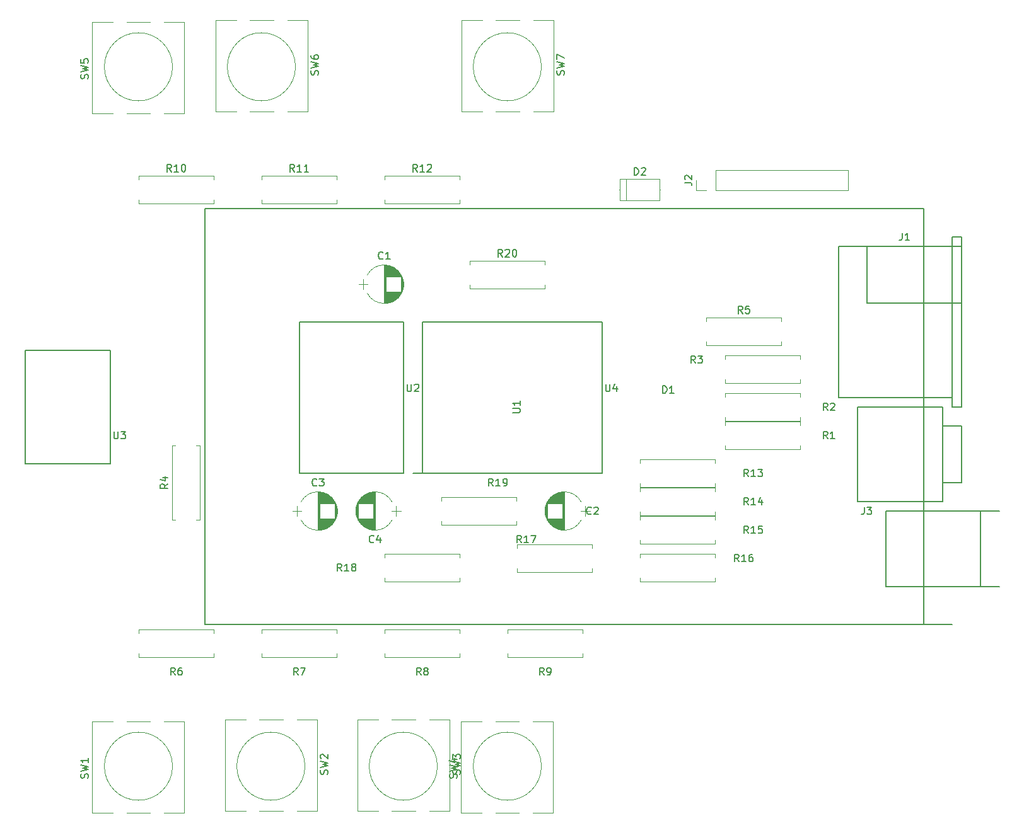
<source format=gto>
G04 #@! TF.FileFunction,Legend,Top*
%FSLAX46Y46*%
G04 Gerber Fmt 4.6, Leading zero omitted, Abs format (unit mm)*
G04 Created by KiCad (PCBNEW 4.0.7) date 08/07/18 08:57:25*
%MOMM*%
%LPD*%
G01*
G04 APERTURE LIST*
%ADD10C,0.100000*%
%ADD11C,0.120000*%
%ADD12C,0.150000*%
G04 APERTURE END LIST*
D10*
D11*
X214700000Y-84980000D02*
X214700000Y-84500000D01*
X214700000Y-84500000D02*
X224720000Y-84500000D01*
X224720000Y-84500000D02*
X224720000Y-84980000D01*
X214700000Y-87740000D02*
X214700000Y-88220000D01*
X214700000Y-88220000D02*
X224720000Y-88220000D01*
X224720000Y-88220000D02*
X224720000Y-87740000D01*
X214700000Y-81170000D02*
X214700000Y-80690000D01*
X214700000Y-80690000D02*
X224720000Y-80690000D01*
X224720000Y-80690000D02*
X224720000Y-81170000D01*
X214700000Y-83930000D02*
X214700000Y-84410000D01*
X214700000Y-84410000D02*
X224720000Y-84410000D01*
X224720000Y-84410000D02*
X224720000Y-83930000D01*
X214700000Y-76090000D02*
X214700000Y-75610000D01*
X214700000Y-75610000D02*
X224720000Y-75610000D01*
X224720000Y-75610000D02*
X224720000Y-76090000D01*
X214700000Y-78850000D02*
X214700000Y-79330000D01*
X214700000Y-79330000D02*
X224720000Y-79330000D01*
X224720000Y-79330000D02*
X224720000Y-78850000D01*
X171195722Y-64860277D02*
G75*
G03X166584420Y-64860000I-2305722J-1179723D01*
G01*
X171195722Y-67219723D02*
G75*
G02X166584420Y-67220000I-2305722J1179723D01*
G01*
X171195722Y-67219723D02*
G75*
G03X171195580Y-64860000I-2305722J1179723D01*
G01*
X168890000Y-63490000D02*
X168890000Y-68590000D01*
X168930000Y-63490000D02*
X168930000Y-68590000D01*
X168970000Y-63491000D02*
X168970000Y-68589000D01*
X169010000Y-63492000D02*
X169010000Y-68588000D01*
X169050000Y-63494000D02*
X169050000Y-68586000D01*
X169090000Y-63497000D02*
X169090000Y-68583000D01*
X169130000Y-63501000D02*
X169130000Y-68579000D01*
X169170000Y-63505000D02*
X169170000Y-65060000D01*
X169170000Y-67020000D02*
X169170000Y-68575000D01*
X169210000Y-63509000D02*
X169210000Y-65060000D01*
X169210000Y-67020000D02*
X169210000Y-68571000D01*
X169250000Y-63515000D02*
X169250000Y-65060000D01*
X169250000Y-67020000D02*
X169250000Y-68565000D01*
X169290000Y-63521000D02*
X169290000Y-65060000D01*
X169290000Y-67020000D02*
X169290000Y-68559000D01*
X169330000Y-63527000D02*
X169330000Y-65060000D01*
X169330000Y-67020000D02*
X169330000Y-68553000D01*
X169370000Y-63534000D02*
X169370000Y-65060000D01*
X169370000Y-67020000D02*
X169370000Y-68546000D01*
X169410000Y-63542000D02*
X169410000Y-65060000D01*
X169410000Y-67020000D02*
X169410000Y-68538000D01*
X169450000Y-63551000D02*
X169450000Y-65060000D01*
X169450000Y-67020000D02*
X169450000Y-68529000D01*
X169490000Y-63560000D02*
X169490000Y-65060000D01*
X169490000Y-67020000D02*
X169490000Y-68520000D01*
X169530000Y-63570000D02*
X169530000Y-65060000D01*
X169530000Y-67020000D02*
X169530000Y-68510000D01*
X169570000Y-63580000D02*
X169570000Y-65060000D01*
X169570000Y-67020000D02*
X169570000Y-68500000D01*
X169611000Y-63592000D02*
X169611000Y-65060000D01*
X169611000Y-67020000D02*
X169611000Y-68488000D01*
X169651000Y-63604000D02*
X169651000Y-65060000D01*
X169651000Y-67020000D02*
X169651000Y-68476000D01*
X169691000Y-63616000D02*
X169691000Y-65060000D01*
X169691000Y-67020000D02*
X169691000Y-68464000D01*
X169731000Y-63630000D02*
X169731000Y-65060000D01*
X169731000Y-67020000D02*
X169731000Y-68450000D01*
X169771000Y-63644000D02*
X169771000Y-65060000D01*
X169771000Y-67020000D02*
X169771000Y-68436000D01*
X169811000Y-63658000D02*
X169811000Y-65060000D01*
X169811000Y-67020000D02*
X169811000Y-68422000D01*
X169851000Y-63674000D02*
X169851000Y-65060000D01*
X169851000Y-67020000D02*
X169851000Y-68406000D01*
X169891000Y-63690000D02*
X169891000Y-65060000D01*
X169891000Y-67020000D02*
X169891000Y-68390000D01*
X169931000Y-63707000D02*
X169931000Y-65060000D01*
X169931000Y-67020000D02*
X169931000Y-68373000D01*
X169971000Y-63725000D02*
X169971000Y-65060000D01*
X169971000Y-67020000D02*
X169971000Y-68355000D01*
X170011000Y-63744000D02*
X170011000Y-65060000D01*
X170011000Y-67020000D02*
X170011000Y-68336000D01*
X170051000Y-63764000D02*
X170051000Y-65060000D01*
X170051000Y-67020000D02*
X170051000Y-68316000D01*
X170091000Y-63784000D02*
X170091000Y-65060000D01*
X170091000Y-67020000D02*
X170091000Y-68296000D01*
X170131000Y-63806000D02*
X170131000Y-65060000D01*
X170131000Y-67020000D02*
X170131000Y-68274000D01*
X170171000Y-63828000D02*
X170171000Y-65060000D01*
X170171000Y-67020000D02*
X170171000Y-68252000D01*
X170211000Y-63851000D02*
X170211000Y-65060000D01*
X170211000Y-67020000D02*
X170211000Y-68229000D01*
X170251000Y-63875000D02*
X170251000Y-65060000D01*
X170251000Y-67020000D02*
X170251000Y-68205000D01*
X170291000Y-63900000D02*
X170291000Y-65060000D01*
X170291000Y-67020000D02*
X170291000Y-68180000D01*
X170331000Y-63927000D02*
X170331000Y-65060000D01*
X170331000Y-67020000D02*
X170331000Y-68153000D01*
X170371000Y-63954000D02*
X170371000Y-65060000D01*
X170371000Y-67020000D02*
X170371000Y-68126000D01*
X170411000Y-63982000D02*
X170411000Y-65060000D01*
X170411000Y-67020000D02*
X170411000Y-68098000D01*
X170451000Y-64012000D02*
X170451000Y-65060000D01*
X170451000Y-67020000D02*
X170451000Y-68068000D01*
X170491000Y-64043000D02*
X170491000Y-65060000D01*
X170491000Y-67020000D02*
X170491000Y-68037000D01*
X170531000Y-64075000D02*
X170531000Y-65060000D01*
X170531000Y-67020000D02*
X170531000Y-68005000D01*
X170571000Y-64108000D02*
X170571000Y-65060000D01*
X170571000Y-67020000D02*
X170571000Y-67972000D01*
X170611000Y-64143000D02*
X170611000Y-65060000D01*
X170611000Y-67020000D02*
X170611000Y-67937000D01*
X170651000Y-64179000D02*
X170651000Y-65060000D01*
X170651000Y-67020000D02*
X170651000Y-67901000D01*
X170691000Y-64217000D02*
X170691000Y-65060000D01*
X170691000Y-67020000D02*
X170691000Y-67863000D01*
X170731000Y-64257000D02*
X170731000Y-65060000D01*
X170731000Y-67020000D02*
X170731000Y-67823000D01*
X170771000Y-64298000D02*
X170771000Y-65060000D01*
X170771000Y-67020000D02*
X170771000Y-67782000D01*
X170811000Y-64341000D02*
X170811000Y-65060000D01*
X170811000Y-67020000D02*
X170811000Y-67739000D01*
X170851000Y-64386000D02*
X170851000Y-65060000D01*
X170851000Y-67020000D02*
X170851000Y-67694000D01*
X170891000Y-64434000D02*
X170891000Y-65060000D01*
X170891000Y-67020000D02*
X170891000Y-67646000D01*
X170931000Y-64484000D02*
X170931000Y-65060000D01*
X170931000Y-67020000D02*
X170931000Y-67596000D01*
X170971000Y-64536000D02*
X170971000Y-65060000D01*
X170971000Y-67020000D02*
X170971000Y-67544000D01*
X171011000Y-64592000D02*
X171011000Y-65060000D01*
X171011000Y-67020000D02*
X171011000Y-67488000D01*
X171051000Y-64650000D02*
X171051000Y-65060000D01*
X171051000Y-67020000D02*
X171051000Y-67430000D01*
X171091000Y-64713000D02*
X171091000Y-65060000D01*
X171091000Y-67020000D02*
X171091000Y-67367000D01*
X171131000Y-64779000D02*
X171131000Y-67301000D01*
X171171000Y-64851000D02*
X171171000Y-67229000D01*
X171211000Y-64928000D02*
X171211000Y-67152000D01*
X171251000Y-65012000D02*
X171251000Y-67068000D01*
X171291000Y-65106000D02*
X171291000Y-66974000D01*
X171331000Y-65211000D02*
X171331000Y-66869000D01*
X171371000Y-65333000D02*
X171371000Y-66747000D01*
X171411000Y-65481000D02*
X171411000Y-66599000D01*
X171451000Y-65686000D02*
X171451000Y-66394000D01*
X165440000Y-66040000D02*
X166640000Y-66040000D01*
X166040000Y-65390000D02*
X166040000Y-66690000D01*
X190754278Y-97699723D02*
G75*
G03X195365580Y-97700000I2305722J1179723D01*
G01*
X190754278Y-95340277D02*
G75*
G02X195365580Y-95340000I2305722J-1179723D01*
G01*
X190754278Y-95340277D02*
G75*
G03X190754420Y-97700000I2305722J-1179723D01*
G01*
X193060000Y-99070000D02*
X193060000Y-93970000D01*
X193020000Y-99070000D02*
X193020000Y-93970000D01*
X192980000Y-99069000D02*
X192980000Y-93971000D01*
X192940000Y-99068000D02*
X192940000Y-93972000D01*
X192900000Y-99066000D02*
X192900000Y-93974000D01*
X192860000Y-99063000D02*
X192860000Y-93977000D01*
X192820000Y-99059000D02*
X192820000Y-93981000D01*
X192780000Y-99055000D02*
X192780000Y-97500000D01*
X192780000Y-95540000D02*
X192780000Y-93985000D01*
X192740000Y-99051000D02*
X192740000Y-97500000D01*
X192740000Y-95540000D02*
X192740000Y-93989000D01*
X192700000Y-99045000D02*
X192700000Y-97500000D01*
X192700000Y-95540000D02*
X192700000Y-93995000D01*
X192660000Y-99039000D02*
X192660000Y-97500000D01*
X192660000Y-95540000D02*
X192660000Y-94001000D01*
X192620000Y-99033000D02*
X192620000Y-97500000D01*
X192620000Y-95540000D02*
X192620000Y-94007000D01*
X192580000Y-99026000D02*
X192580000Y-97500000D01*
X192580000Y-95540000D02*
X192580000Y-94014000D01*
X192540000Y-99018000D02*
X192540000Y-97500000D01*
X192540000Y-95540000D02*
X192540000Y-94022000D01*
X192500000Y-99009000D02*
X192500000Y-97500000D01*
X192500000Y-95540000D02*
X192500000Y-94031000D01*
X192460000Y-99000000D02*
X192460000Y-97500000D01*
X192460000Y-95540000D02*
X192460000Y-94040000D01*
X192420000Y-98990000D02*
X192420000Y-97500000D01*
X192420000Y-95540000D02*
X192420000Y-94050000D01*
X192380000Y-98980000D02*
X192380000Y-97500000D01*
X192380000Y-95540000D02*
X192380000Y-94060000D01*
X192339000Y-98968000D02*
X192339000Y-97500000D01*
X192339000Y-95540000D02*
X192339000Y-94072000D01*
X192299000Y-98956000D02*
X192299000Y-97500000D01*
X192299000Y-95540000D02*
X192299000Y-94084000D01*
X192259000Y-98944000D02*
X192259000Y-97500000D01*
X192259000Y-95540000D02*
X192259000Y-94096000D01*
X192219000Y-98930000D02*
X192219000Y-97500000D01*
X192219000Y-95540000D02*
X192219000Y-94110000D01*
X192179000Y-98916000D02*
X192179000Y-97500000D01*
X192179000Y-95540000D02*
X192179000Y-94124000D01*
X192139000Y-98902000D02*
X192139000Y-97500000D01*
X192139000Y-95540000D02*
X192139000Y-94138000D01*
X192099000Y-98886000D02*
X192099000Y-97500000D01*
X192099000Y-95540000D02*
X192099000Y-94154000D01*
X192059000Y-98870000D02*
X192059000Y-97500000D01*
X192059000Y-95540000D02*
X192059000Y-94170000D01*
X192019000Y-98853000D02*
X192019000Y-97500000D01*
X192019000Y-95540000D02*
X192019000Y-94187000D01*
X191979000Y-98835000D02*
X191979000Y-97500000D01*
X191979000Y-95540000D02*
X191979000Y-94205000D01*
X191939000Y-98816000D02*
X191939000Y-97500000D01*
X191939000Y-95540000D02*
X191939000Y-94224000D01*
X191899000Y-98796000D02*
X191899000Y-97500000D01*
X191899000Y-95540000D02*
X191899000Y-94244000D01*
X191859000Y-98776000D02*
X191859000Y-97500000D01*
X191859000Y-95540000D02*
X191859000Y-94264000D01*
X191819000Y-98754000D02*
X191819000Y-97500000D01*
X191819000Y-95540000D02*
X191819000Y-94286000D01*
X191779000Y-98732000D02*
X191779000Y-97500000D01*
X191779000Y-95540000D02*
X191779000Y-94308000D01*
X191739000Y-98709000D02*
X191739000Y-97500000D01*
X191739000Y-95540000D02*
X191739000Y-94331000D01*
X191699000Y-98685000D02*
X191699000Y-97500000D01*
X191699000Y-95540000D02*
X191699000Y-94355000D01*
X191659000Y-98660000D02*
X191659000Y-97500000D01*
X191659000Y-95540000D02*
X191659000Y-94380000D01*
X191619000Y-98633000D02*
X191619000Y-97500000D01*
X191619000Y-95540000D02*
X191619000Y-94407000D01*
X191579000Y-98606000D02*
X191579000Y-97500000D01*
X191579000Y-95540000D02*
X191579000Y-94434000D01*
X191539000Y-98578000D02*
X191539000Y-97500000D01*
X191539000Y-95540000D02*
X191539000Y-94462000D01*
X191499000Y-98548000D02*
X191499000Y-97500000D01*
X191499000Y-95540000D02*
X191499000Y-94492000D01*
X191459000Y-98517000D02*
X191459000Y-97500000D01*
X191459000Y-95540000D02*
X191459000Y-94523000D01*
X191419000Y-98485000D02*
X191419000Y-97500000D01*
X191419000Y-95540000D02*
X191419000Y-94555000D01*
X191379000Y-98452000D02*
X191379000Y-97500000D01*
X191379000Y-95540000D02*
X191379000Y-94588000D01*
X191339000Y-98417000D02*
X191339000Y-97500000D01*
X191339000Y-95540000D02*
X191339000Y-94623000D01*
X191299000Y-98381000D02*
X191299000Y-97500000D01*
X191299000Y-95540000D02*
X191299000Y-94659000D01*
X191259000Y-98343000D02*
X191259000Y-97500000D01*
X191259000Y-95540000D02*
X191259000Y-94697000D01*
X191219000Y-98303000D02*
X191219000Y-97500000D01*
X191219000Y-95540000D02*
X191219000Y-94737000D01*
X191179000Y-98262000D02*
X191179000Y-97500000D01*
X191179000Y-95540000D02*
X191179000Y-94778000D01*
X191139000Y-98219000D02*
X191139000Y-97500000D01*
X191139000Y-95540000D02*
X191139000Y-94821000D01*
X191099000Y-98174000D02*
X191099000Y-97500000D01*
X191099000Y-95540000D02*
X191099000Y-94866000D01*
X191059000Y-98126000D02*
X191059000Y-97500000D01*
X191059000Y-95540000D02*
X191059000Y-94914000D01*
X191019000Y-98076000D02*
X191019000Y-97500000D01*
X191019000Y-95540000D02*
X191019000Y-94964000D01*
X190979000Y-98024000D02*
X190979000Y-97500000D01*
X190979000Y-95540000D02*
X190979000Y-95016000D01*
X190939000Y-97968000D02*
X190939000Y-97500000D01*
X190939000Y-95540000D02*
X190939000Y-95072000D01*
X190899000Y-97910000D02*
X190899000Y-97500000D01*
X190899000Y-95540000D02*
X190899000Y-95130000D01*
X190859000Y-97847000D02*
X190859000Y-97500000D01*
X190859000Y-95540000D02*
X190859000Y-95193000D01*
X190819000Y-97781000D02*
X190819000Y-95259000D01*
X190779000Y-97709000D02*
X190779000Y-95331000D01*
X190739000Y-97632000D02*
X190739000Y-95408000D01*
X190699000Y-97548000D02*
X190699000Y-95492000D01*
X190659000Y-97454000D02*
X190659000Y-95586000D01*
X190619000Y-97349000D02*
X190619000Y-95691000D01*
X190579000Y-97227000D02*
X190579000Y-95813000D01*
X190539000Y-97079000D02*
X190539000Y-95961000D01*
X190499000Y-96874000D02*
X190499000Y-96166000D01*
X196510000Y-96520000D02*
X195310000Y-96520000D01*
X195910000Y-97170000D02*
X195910000Y-95870000D01*
X162305722Y-95340277D02*
G75*
G03X157694420Y-95340000I-2305722J-1179723D01*
G01*
X162305722Y-97699723D02*
G75*
G02X157694420Y-97700000I-2305722J1179723D01*
G01*
X162305722Y-97699723D02*
G75*
G03X162305580Y-95340000I-2305722J1179723D01*
G01*
X160000000Y-93970000D02*
X160000000Y-99070000D01*
X160040000Y-93970000D02*
X160040000Y-99070000D01*
X160080000Y-93971000D02*
X160080000Y-99069000D01*
X160120000Y-93972000D02*
X160120000Y-99068000D01*
X160160000Y-93974000D02*
X160160000Y-99066000D01*
X160200000Y-93977000D02*
X160200000Y-99063000D01*
X160240000Y-93981000D02*
X160240000Y-99059000D01*
X160280000Y-93985000D02*
X160280000Y-95540000D01*
X160280000Y-97500000D02*
X160280000Y-99055000D01*
X160320000Y-93989000D02*
X160320000Y-95540000D01*
X160320000Y-97500000D02*
X160320000Y-99051000D01*
X160360000Y-93995000D02*
X160360000Y-95540000D01*
X160360000Y-97500000D02*
X160360000Y-99045000D01*
X160400000Y-94001000D02*
X160400000Y-95540000D01*
X160400000Y-97500000D02*
X160400000Y-99039000D01*
X160440000Y-94007000D02*
X160440000Y-95540000D01*
X160440000Y-97500000D02*
X160440000Y-99033000D01*
X160480000Y-94014000D02*
X160480000Y-95540000D01*
X160480000Y-97500000D02*
X160480000Y-99026000D01*
X160520000Y-94022000D02*
X160520000Y-95540000D01*
X160520000Y-97500000D02*
X160520000Y-99018000D01*
X160560000Y-94031000D02*
X160560000Y-95540000D01*
X160560000Y-97500000D02*
X160560000Y-99009000D01*
X160600000Y-94040000D02*
X160600000Y-95540000D01*
X160600000Y-97500000D02*
X160600000Y-99000000D01*
X160640000Y-94050000D02*
X160640000Y-95540000D01*
X160640000Y-97500000D02*
X160640000Y-98990000D01*
X160680000Y-94060000D02*
X160680000Y-95540000D01*
X160680000Y-97500000D02*
X160680000Y-98980000D01*
X160721000Y-94072000D02*
X160721000Y-95540000D01*
X160721000Y-97500000D02*
X160721000Y-98968000D01*
X160761000Y-94084000D02*
X160761000Y-95540000D01*
X160761000Y-97500000D02*
X160761000Y-98956000D01*
X160801000Y-94096000D02*
X160801000Y-95540000D01*
X160801000Y-97500000D02*
X160801000Y-98944000D01*
X160841000Y-94110000D02*
X160841000Y-95540000D01*
X160841000Y-97500000D02*
X160841000Y-98930000D01*
X160881000Y-94124000D02*
X160881000Y-95540000D01*
X160881000Y-97500000D02*
X160881000Y-98916000D01*
X160921000Y-94138000D02*
X160921000Y-95540000D01*
X160921000Y-97500000D02*
X160921000Y-98902000D01*
X160961000Y-94154000D02*
X160961000Y-95540000D01*
X160961000Y-97500000D02*
X160961000Y-98886000D01*
X161001000Y-94170000D02*
X161001000Y-95540000D01*
X161001000Y-97500000D02*
X161001000Y-98870000D01*
X161041000Y-94187000D02*
X161041000Y-95540000D01*
X161041000Y-97500000D02*
X161041000Y-98853000D01*
X161081000Y-94205000D02*
X161081000Y-95540000D01*
X161081000Y-97500000D02*
X161081000Y-98835000D01*
X161121000Y-94224000D02*
X161121000Y-95540000D01*
X161121000Y-97500000D02*
X161121000Y-98816000D01*
X161161000Y-94244000D02*
X161161000Y-95540000D01*
X161161000Y-97500000D02*
X161161000Y-98796000D01*
X161201000Y-94264000D02*
X161201000Y-95540000D01*
X161201000Y-97500000D02*
X161201000Y-98776000D01*
X161241000Y-94286000D02*
X161241000Y-95540000D01*
X161241000Y-97500000D02*
X161241000Y-98754000D01*
X161281000Y-94308000D02*
X161281000Y-95540000D01*
X161281000Y-97500000D02*
X161281000Y-98732000D01*
X161321000Y-94331000D02*
X161321000Y-95540000D01*
X161321000Y-97500000D02*
X161321000Y-98709000D01*
X161361000Y-94355000D02*
X161361000Y-95540000D01*
X161361000Y-97500000D02*
X161361000Y-98685000D01*
X161401000Y-94380000D02*
X161401000Y-95540000D01*
X161401000Y-97500000D02*
X161401000Y-98660000D01*
X161441000Y-94407000D02*
X161441000Y-95540000D01*
X161441000Y-97500000D02*
X161441000Y-98633000D01*
X161481000Y-94434000D02*
X161481000Y-95540000D01*
X161481000Y-97500000D02*
X161481000Y-98606000D01*
X161521000Y-94462000D02*
X161521000Y-95540000D01*
X161521000Y-97500000D02*
X161521000Y-98578000D01*
X161561000Y-94492000D02*
X161561000Y-95540000D01*
X161561000Y-97500000D02*
X161561000Y-98548000D01*
X161601000Y-94523000D02*
X161601000Y-95540000D01*
X161601000Y-97500000D02*
X161601000Y-98517000D01*
X161641000Y-94555000D02*
X161641000Y-95540000D01*
X161641000Y-97500000D02*
X161641000Y-98485000D01*
X161681000Y-94588000D02*
X161681000Y-95540000D01*
X161681000Y-97500000D02*
X161681000Y-98452000D01*
X161721000Y-94623000D02*
X161721000Y-95540000D01*
X161721000Y-97500000D02*
X161721000Y-98417000D01*
X161761000Y-94659000D02*
X161761000Y-95540000D01*
X161761000Y-97500000D02*
X161761000Y-98381000D01*
X161801000Y-94697000D02*
X161801000Y-95540000D01*
X161801000Y-97500000D02*
X161801000Y-98343000D01*
X161841000Y-94737000D02*
X161841000Y-95540000D01*
X161841000Y-97500000D02*
X161841000Y-98303000D01*
X161881000Y-94778000D02*
X161881000Y-95540000D01*
X161881000Y-97500000D02*
X161881000Y-98262000D01*
X161921000Y-94821000D02*
X161921000Y-95540000D01*
X161921000Y-97500000D02*
X161921000Y-98219000D01*
X161961000Y-94866000D02*
X161961000Y-95540000D01*
X161961000Y-97500000D02*
X161961000Y-98174000D01*
X162001000Y-94914000D02*
X162001000Y-95540000D01*
X162001000Y-97500000D02*
X162001000Y-98126000D01*
X162041000Y-94964000D02*
X162041000Y-95540000D01*
X162041000Y-97500000D02*
X162041000Y-98076000D01*
X162081000Y-95016000D02*
X162081000Y-95540000D01*
X162081000Y-97500000D02*
X162081000Y-98024000D01*
X162121000Y-95072000D02*
X162121000Y-95540000D01*
X162121000Y-97500000D02*
X162121000Y-97968000D01*
X162161000Y-95130000D02*
X162161000Y-95540000D01*
X162161000Y-97500000D02*
X162161000Y-97910000D01*
X162201000Y-95193000D02*
X162201000Y-95540000D01*
X162201000Y-97500000D02*
X162201000Y-97847000D01*
X162241000Y-95259000D02*
X162241000Y-97781000D01*
X162281000Y-95331000D02*
X162281000Y-97709000D01*
X162321000Y-95408000D02*
X162321000Y-97632000D01*
X162361000Y-95492000D02*
X162361000Y-97548000D01*
X162401000Y-95586000D02*
X162401000Y-97454000D01*
X162441000Y-95691000D02*
X162441000Y-97349000D01*
X162481000Y-95813000D02*
X162481000Y-97227000D01*
X162521000Y-95961000D02*
X162521000Y-97079000D01*
X162561000Y-96166000D02*
X162561000Y-96874000D01*
X156550000Y-96520000D02*
X157750000Y-96520000D01*
X157150000Y-95870000D02*
X157150000Y-97170000D01*
X165354278Y-97699723D02*
G75*
G03X169965580Y-97700000I2305722J1179723D01*
G01*
X165354278Y-95340277D02*
G75*
G02X169965580Y-95340000I2305722J-1179723D01*
G01*
X165354278Y-95340277D02*
G75*
G03X165354420Y-97700000I2305722J-1179723D01*
G01*
X167660000Y-99070000D02*
X167660000Y-93970000D01*
X167620000Y-99070000D02*
X167620000Y-93970000D01*
X167580000Y-99069000D02*
X167580000Y-93971000D01*
X167540000Y-99068000D02*
X167540000Y-93972000D01*
X167500000Y-99066000D02*
X167500000Y-93974000D01*
X167460000Y-99063000D02*
X167460000Y-93977000D01*
X167420000Y-99059000D02*
X167420000Y-93981000D01*
X167380000Y-99055000D02*
X167380000Y-97500000D01*
X167380000Y-95540000D02*
X167380000Y-93985000D01*
X167340000Y-99051000D02*
X167340000Y-97500000D01*
X167340000Y-95540000D02*
X167340000Y-93989000D01*
X167300000Y-99045000D02*
X167300000Y-97500000D01*
X167300000Y-95540000D02*
X167300000Y-93995000D01*
X167260000Y-99039000D02*
X167260000Y-97500000D01*
X167260000Y-95540000D02*
X167260000Y-94001000D01*
X167220000Y-99033000D02*
X167220000Y-97500000D01*
X167220000Y-95540000D02*
X167220000Y-94007000D01*
X167180000Y-99026000D02*
X167180000Y-97500000D01*
X167180000Y-95540000D02*
X167180000Y-94014000D01*
X167140000Y-99018000D02*
X167140000Y-97500000D01*
X167140000Y-95540000D02*
X167140000Y-94022000D01*
X167100000Y-99009000D02*
X167100000Y-97500000D01*
X167100000Y-95540000D02*
X167100000Y-94031000D01*
X167060000Y-99000000D02*
X167060000Y-97500000D01*
X167060000Y-95540000D02*
X167060000Y-94040000D01*
X167020000Y-98990000D02*
X167020000Y-97500000D01*
X167020000Y-95540000D02*
X167020000Y-94050000D01*
X166980000Y-98980000D02*
X166980000Y-97500000D01*
X166980000Y-95540000D02*
X166980000Y-94060000D01*
X166939000Y-98968000D02*
X166939000Y-97500000D01*
X166939000Y-95540000D02*
X166939000Y-94072000D01*
X166899000Y-98956000D02*
X166899000Y-97500000D01*
X166899000Y-95540000D02*
X166899000Y-94084000D01*
X166859000Y-98944000D02*
X166859000Y-97500000D01*
X166859000Y-95540000D02*
X166859000Y-94096000D01*
X166819000Y-98930000D02*
X166819000Y-97500000D01*
X166819000Y-95540000D02*
X166819000Y-94110000D01*
X166779000Y-98916000D02*
X166779000Y-97500000D01*
X166779000Y-95540000D02*
X166779000Y-94124000D01*
X166739000Y-98902000D02*
X166739000Y-97500000D01*
X166739000Y-95540000D02*
X166739000Y-94138000D01*
X166699000Y-98886000D02*
X166699000Y-97500000D01*
X166699000Y-95540000D02*
X166699000Y-94154000D01*
X166659000Y-98870000D02*
X166659000Y-97500000D01*
X166659000Y-95540000D02*
X166659000Y-94170000D01*
X166619000Y-98853000D02*
X166619000Y-97500000D01*
X166619000Y-95540000D02*
X166619000Y-94187000D01*
X166579000Y-98835000D02*
X166579000Y-97500000D01*
X166579000Y-95540000D02*
X166579000Y-94205000D01*
X166539000Y-98816000D02*
X166539000Y-97500000D01*
X166539000Y-95540000D02*
X166539000Y-94224000D01*
X166499000Y-98796000D02*
X166499000Y-97500000D01*
X166499000Y-95540000D02*
X166499000Y-94244000D01*
X166459000Y-98776000D02*
X166459000Y-97500000D01*
X166459000Y-95540000D02*
X166459000Y-94264000D01*
X166419000Y-98754000D02*
X166419000Y-97500000D01*
X166419000Y-95540000D02*
X166419000Y-94286000D01*
X166379000Y-98732000D02*
X166379000Y-97500000D01*
X166379000Y-95540000D02*
X166379000Y-94308000D01*
X166339000Y-98709000D02*
X166339000Y-97500000D01*
X166339000Y-95540000D02*
X166339000Y-94331000D01*
X166299000Y-98685000D02*
X166299000Y-97500000D01*
X166299000Y-95540000D02*
X166299000Y-94355000D01*
X166259000Y-98660000D02*
X166259000Y-97500000D01*
X166259000Y-95540000D02*
X166259000Y-94380000D01*
X166219000Y-98633000D02*
X166219000Y-97500000D01*
X166219000Y-95540000D02*
X166219000Y-94407000D01*
X166179000Y-98606000D02*
X166179000Y-97500000D01*
X166179000Y-95540000D02*
X166179000Y-94434000D01*
X166139000Y-98578000D02*
X166139000Y-97500000D01*
X166139000Y-95540000D02*
X166139000Y-94462000D01*
X166099000Y-98548000D02*
X166099000Y-97500000D01*
X166099000Y-95540000D02*
X166099000Y-94492000D01*
X166059000Y-98517000D02*
X166059000Y-97500000D01*
X166059000Y-95540000D02*
X166059000Y-94523000D01*
X166019000Y-98485000D02*
X166019000Y-97500000D01*
X166019000Y-95540000D02*
X166019000Y-94555000D01*
X165979000Y-98452000D02*
X165979000Y-97500000D01*
X165979000Y-95540000D02*
X165979000Y-94588000D01*
X165939000Y-98417000D02*
X165939000Y-97500000D01*
X165939000Y-95540000D02*
X165939000Y-94623000D01*
X165899000Y-98381000D02*
X165899000Y-97500000D01*
X165899000Y-95540000D02*
X165899000Y-94659000D01*
X165859000Y-98343000D02*
X165859000Y-97500000D01*
X165859000Y-95540000D02*
X165859000Y-94697000D01*
X165819000Y-98303000D02*
X165819000Y-97500000D01*
X165819000Y-95540000D02*
X165819000Y-94737000D01*
X165779000Y-98262000D02*
X165779000Y-97500000D01*
X165779000Y-95540000D02*
X165779000Y-94778000D01*
X165739000Y-98219000D02*
X165739000Y-97500000D01*
X165739000Y-95540000D02*
X165739000Y-94821000D01*
X165699000Y-98174000D02*
X165699000Y-97500000D01*
X165699000Y-95540000D02*
X165699000Y-94866000D01*
X165659000Y-98126000D02*
X165659000Y-97500000D01*
X165659000Y-95540000D02*
X165659000Y-94914000D01*
X165619000Y-98076000D02*
X165619000Y-97500000D01*
X165619000Y-95540000D02*
X165619000Y-94964000D01*
X165579000Y-98024000D02*
X165579000Y-97500000D01*
X165579000Y-95540000D02*
X165579000Y-95016000D01*
X165539000Y-97968000D02*
X165539000Y-97500000D01*
X165539000Y-95540000D02*
X165539000Y-95072000D01*
X165499000Y-97910000D02*
X165499000Y-97500000D01*
X165499000Y-95540000D02*
X165499000Y-95130000D01*
X165459000Y-97847000D02*
X165459000Y-97500000D01*
X165459000Y-95540000D02*
X165459000Y-95193000D01*
X165419000Y-97781000D02*
X165419000Y-95259000D01*
X165379000Y-97709000D02*
X165379000Y-95331000D01*
X165339000Y-97632000D02*
X165339000Y-95408000D01*
X165299000Y-97548000D02*
X165299000Y-95492000D01*
X165259000Y-97454000D02*
X165259000Y-95586000D01*
X165219000Y-97349000D02*
X165219000Y-95691000D01*
X165179000Y-97227000D02*
X165179000Y-95813000D01*
X165139000Y-97079000D02*
X165139000Y-95961000D01*
X165099000Y-96874000D02*
X165099000Y-96166000D01*
X171110000Y-96520000D02*
X169910000Y-96520000D01*
X170510000Y-97170000D02*
X170510000Y-95870000D01*
X200540000Y-51930000D02*
X200540000Y-54750000D01*
X200540000Y-54750000D02*
X205860000Y-54750000D01*
X205860000Y-54750000D02*
X205860000Y-51930000D01*
X205860000Y-51930000D02*
X200540000Y-51930000D01*
X200470000Y-53340000D02*
X200540000Y-53340000D01*
X205930000Y-53340000D02*
X205860000Y-53340000D01*
X201380000Y-51930000D02*
X201380000Y-54750000D01*
D12*
X245110000Y-81280000D02*
X245110000Y-82550000D01*
X245110000Y-82550000D02*
X246380000Y-82550000D01*
X246380000Y-82550000D02*
X246380000Y-59690000D01*
X246380000Y-59690000D02*
X245110000Y-59690000D01*
X245110000Y-59690000D02*
X245110000Y-60960000D01*
X245110000Y-81280000D02*
X229870000Y-81280000D01*
X229870000Y-81280000D02*
X229870000Y-60960000D01*
X229870000Y-60960000D02*
X245110000Y-60960000D01*
X245110000Y-60960000D02*
X245110000Y-81280000D01*
D11*
X231200000Y-53400000D02*
X231200000Y-50740000D01*
X213360000Y-53400000D02*
X231200000Y-53400000D01*
X213360000Y-50740000D02*
X231200000Y-50740000D01*
X213360000Y-53400000D02*
X213360000Y-50740000D01*
X212090000Y-53400000D02*
X210760000Y-53400000D01*
X210760000Y-53400000D02*
X210760000Y-52070000D01*
D12*
X243840000Y-92710000D02*
X246380000Y-92710000D01*
X246380000Y-92710000D02*
X246380000Y-85090000D01*
X246380000Y-85090000D02*
X243840000Y-85090000D01*
X232410000Y-82550000D02*
X243840000Y-82550000D01*
X243840000Y-82550000D02*
X243840000Y-95250000D01*
X243840000Y-95250000D02*
X232410000Y-95250000D01*
X232410000Y-95250000D02*
X232410000Y-82550000D01*
D11*
X140860000Y-97720000D02*
X140380000Y-97720000D01*
X140380000Y-97720000D02*
X140380000Y-87700000D01*
X140380000Y-87700000D02*
X140860000Y-87700000D01*
X143620000Y-97720000D02*
X144100000Y-97720000D01*
X144100000Y-97720000D02*
X144100000Y-87700000D01*
X144100000Y-87700000D02*
X143620000Y-87700000D01*
X212160000Y-71010000D02*
X212160000Y-70530000D01*
X212160000Y-70530000D02*
X222180000Y-70530000D01*
X222180000Y-70530000D02*
X222180000Y-71010000D01*
X212160000Y-73770000D02*
X212160000Y-74250000D01*
X212160000Y-74250000D02*
X222180000Y-74250000D01*
X222180000Y-74250000D02*
X222180000Y-73770000D01*
X135960000Y-112920000D02*
X135960000Y-112440000D01*
X135960000Y-112440000D02*
X145980000Y-112440000D01*
X145980000Y-112440000D02*
X145980000Y-112920000D01*
X135960000Y-115680000D02*
X135960000Y-116160000D01*
X135960000Y-116160000D02*
X145980000Y-116160000D01*
X145980000Y-116160000D02*
X145980000Y-115680000D01*
X162490000Y-115680000D02*
X162490000Y-116160000D01*
X162490000Y-116160000D02*
X152470000Y-116160000D01*
X152470000Y-116160000D02*
X152470000Y-115680000D01*
X162490000Y-112920000D02*
X162490000Y-112440000D01*
X162490000Y-112440000D02*
X152470000Y-112440000D01*
X152470000Y-112440000D02*
X152470000Y-112920000D01*
X179000000Y-115680000D02*
X179000000Y-116160000D01*
X179000000Y-116160000D02*
X168980000Y-116160000D01*
X168980000Y-116160000D02*
X168980000Y-115680000D01*
X179000000Y-112920000D02*
X179000000Y-112440000D01*
X179000000Y-112440000D02*
X168980000Y-112440000D01*
X168980000Y-112440000D02*
X168980000Y-112920000D01*
X185490000Y-112920000D02*
X185490000Y-112440000D01*
X185490000Y-112440000D02*
X195510000Y-112440000D01*
X195510000Y-112440000D02*
X195510000Y-112920000D01*
X185490000Y-115680000D02*
X185490000Y-116160000D01*
X185490000Y-116160000D02*
X195510000Y-116160000D01*
X195510000Y-116160000D02*
X195510000Y-115680000D01*
X135960000Y-51960000D02*
X135960000Y-51480000D01*
X135960000Y-51480000D02*
X145980000Y-51480000D01*
X145980000Y-51480000D02*
X145980000Y-51960000D01*
X135960000Y-54720000D02*
X135960000Y-55200000D01*
X135960000Y-55200000D02*
X145980000Y-55200000D01*
X145980000Y-55200000D02*
X145980000Y-54720000D01*
X152470000Y-51960000D02*
X152470000Y-51480000D01*
X152470000Y-51480000D02*
X162490000Y-51480000D01*
X162490000Y-51480000D02*
X162490000Y-51960000D01*
X152470000Y-54720000D02*
X152470000Y-55200000D01*
X152470000Y-55200000D02*
X162490000Y-55200000D01*
X162490000Y-55200000D02*
X162490000Y-54720000D01*
X168980000Y-51960000D02*
X168980000Y-51480000D01*
X168980000Y-51480000D02*
X179000000Y-51480000D01*
X179000000Y-51480000D02*
X179000000Y-51960000D01*
X168980000Y-54720000D02*
X168980000Y-55200000D01*
X168980000Y-55200000D02*
X179000000Y-55200000D01*
X179000000Y-55200000D02*
X179000000Y-54720000D01*
X203270000Y-90060000D02*
X203270000Y-89580000D01*
X203270000Y-89580000D02*
X213290000Y-89580000D01*
X213290000Y-89580000D02*
X213290000Y-90060000D01*
X203270000Y-92820000D02*
X203270000Y-93300000D01*
X203270000Y-93300000D02*
X213290000Y-93300000D01*
X213290000Y-93300000D02*
X213290000Y-92820000D01*
X203270000Y-93870000D02*
X203270000Y-93390000D01*
X203270000Y-93390000D02*
X213290000Y-93390000D01*
X213290000Y-93390000D02*
X213290000Y-93870000D01*
X203270000Y-96630000D02*
X203270000Y-97110000D01*
X203270000Y-97110000D02*
X213290000Y-97110000D01*
X213290000Y-97110000D02*
X213290000Y-96630000D01*
X203270000Y-97680000D02*
X203270000Y-97200000D01*
X203270000Y-97200000D02*
X213290000Y-97200000D01*
X213290000Y-97200000D02*
X213290000Y-97680000D01*
X203270000Y-100440000D02*
X203270000Y-100920000D01*
X203270000Y-100920000D02*
X213290000Y-100920000D01*
X213290000Y-100920000D02*
X213290000Y-100440000D01*
X203270000Y-102760000D02*
X203270000Y-102280000D01*
X203270000Y-102280000D02*
X213290000Y-102280000D01*
X213290000Y-102280000D02*
X213290000Y-102760000D01*
X203270000Y-105520000D02*
X203270000Y-106000000D01*
X203270000Y-106000000D02*
X213290000Y-106000000D01*
X213290000Y-106000000D02*
X213290000Y-105520000D01*
X186760000Y-101490000D02*
X186760000Y-101010000D01*
X186760000Y-101010000D02*
X196780000Y-101010000D01*
X196780000Y-101010000D02*
X196780000Y-101490000D01*
X186760000Y-104250000D02*
X186760000Y-104730000D01*
X186760000Y-104730000D02*
X196780000Y-104730000D01*
X196780000Y-104730000D02*
X196780000Y-104250000D01*
X168980000Y-102760000D02*
X168980000Y-102280000D01*
X168980000Y-102280000D02*
X179000000Y-102280000D01*
X179000000Y-102280000D02*
X179000000Y-102760000D01*
X168980000Y-105520000D02*
X168980000Y-106000000D01*
X168980000Y-106000000D02*
X179000000Y-106000000D01*
X179000000Y-106000000D02*
X179000000Y-105520000D01*
X186620000Y-97900000D02*
X186620000Y-98380000D01*
X186620000Y-98380000D02*
X176600000Y-98380000D01*
X176600000Y-98380000D02*
X176600000Y-97900000D01*
X186620000Y-95140000D02*
X186620000Y-94660000D01*
X186620000Y-94660000D02*
X176600000Y-94660000D01*
X176600000Y-94660000D02*
X176600000Y-95140000D01*
X180410000Y-63390000D02*
X180410000Y-62910000D01*
X180410000Y-62910000D02*
X190430000Y-62910000D01*
X190430000Y-62910000D02*
X190430000Y-63390000D01*
X180410000Y-66150000D02*
X180410000Y-66630000D01*
X180410000Y-66630000D02*
X190430000Y-66630000D01*
X190430000Y-66630000D02*
X190430000Y-66150000D01*
X129700000Y-137060000D02*
X129700000Y-124760000D01*
X134280000Y-124760000D02*
X137420000Y-124760000D01*
X142000000Y-124760000D02*
X142000000Y-137060000D01*
X132420000Y-137060000D02*
X129700000Y-137060000D01*
X140469050Y-130810000D02*
G75*
G03X140469050Y-130810000I-4579050J0D01*
G01*
X142000000Y-137060000D02*
X139280000Y-137060000D01*
X137420000Y-137060000D02*
X134280000Y-137060000D01*
X139280000Y-124760000D02*
X142000000Y-124760000D01*
X129700000Y-124760000D02*
X132420000Y-124760000D01*
X159860000Y-124560000D02*
X159860000Y-136860000D01*
X155280000Y-136860000D02*
X152140000Y-136860000D01*
X147560000Y-136860000D02*
X147560000Y-124560000D01*
X157140000Y-124560000D02*
X159860000Y-124560000D01*
X158249050Y-130810000D02*
G75*
G03X158249050Y-130810000I-4579050J0D01*
G01*
X147560000Y-124560000D02*
X150280000Y-124560000D01*
X152140000Y-124560000D02*
X155280000Y-124560000D01*
X150280000Y-136860000D02*
X147560000Y-136860000D01*
X159860000Y-136860000D02*
X157140000Y-136860000D01*
X177640000Y-124560000D02*
X177640000Y-136860000D01*
X173060000Y-136860000D02*
X169920000Y-136860000D01*
X165340000Y-136860000D02*
X165340000Y-124560000D01*
X174920000Y-124560000D02*
X177640000Y-124560000D01*
X176029050Y-130810000D02*
G75*
G03X176029050Y-130810000I-4579050J0D01*
G01*
X165340000Y-124560000D02*
X168060000Y-124560000D01*
X169920000Y-124560000D02*
X173060000Y-124560000D01*
X168060000Y-136860000D02*
X165340000Y-136860000D01*
X177640000Y-136860000D02*
X174920000Y-136860000D01*
X179230000Y-137060000D02*
X179230000Y-124760000D01*
X183810000Y-124760000D02*
X186950000Y-124760000D01*
X191530000Y-124760000D02*
X191530000Y-137060000D01*
X181950000Y-137060000D02*
X179230000Y-137060000D01*
X189999050Y-130810000D02*
G75*
G03X189999050Y-130810000I-4579050J0D01*
G01*
X191530000Y-137060000D02*
X188810000Y-137060000D01*
X186950000Y-137060000D02*
X183810000Y-137060000D01*
X188810000Y-124760000D02*
X191530000Y-124760000D01*
X179230000Y-124760000D02*
X181950000Y-124760000D01*
X129700000Y-43080000D02*
X129700000Y-30780000D01*
X134280000Y-30780000D02*
X137420000Y-30780000D01*
X142000000Y-30780000D02*
X142000000Y-43080000D01*
X132420000Y-43080000D02*
X129700000Y-43080000D01*
X140469050Y-36830000D02*
G75*
G03X140469050Y-36830000I-4579050J0D01*
G01*
X142000000Y-43080000D02*
X139280000Y-43080000D01*
X137420000Y-43080000D02*
X134280000Y-43080000D01*
X139280000Y-30780000D02*
X142000000Y-30780000D01*
X129700000Y-30780000D02*
X132420000Y-30780000D01*
X158590000Y-30580000D02*
X158590000Y-42880000D01*
X154010000Y-42880000D02*
X150870000Y-42880000D01*
X146290000Y-42880000D02*
X146290000Y-30580000D01*
X155870000Y-30580000D02*
X158590000Y-30580000D01*
X156979050Y-36830000D02*
G75*
G03X156979050Y-36830000I-4579050J0D01*
G01*
X146290000Y-30580000D02*
X149010000Y-30580000D01*
X150870000Y-30580000D02*
X154010000Y-30580000D01*
X149010000Y-42880000D02*
X146290000Y-42880000D01*
X158590000Y-42880000D02*
X155870000Y-42880000D01*
X191610000Y-30580000D02*
X191610000Y-42880000D01*
X187030000Y-42880000D02*
X183890000Y-42880000D01*
X179310000Y-42880000D02*
X179310000Y-30580000D01*
X188890000Y-30580000D02*
X191610000Y-30580000D01*
X189999050Y-36830000D02*
G75*
G03X189999050Y-36830000I-4579050J0D01*
G01*
X179310000Y-30580000D02*
X182030000Y-30580000D01*
X183890000Y-30580000D02*
X187030000Y-30580000D01*
X182030000Y-42880000D02*
X179310000Y-42880000D01*
X191610000Y-42880000D02*
X188890000Y-42880000D01*
D12*
X157480000Y-71120000D02*
X171450000Y-71120000D01*
X171450000Y-71120000D02*
X171450000Y-91440000D01*
X171450000Y-91440000D02*
X157480000Y-91440000D01*
X157480000Y-91440000D02*
X157480000Y-71120000D01*
X120650000Y-74930000D02*
X120650000Y-90170000D01*
X120650000Y-90170000D02*
X132080000Y-90170000D01*
X132080000Y-90170000D02*
X132080000Y-74930000D01*
X132080000Y-74930000D02*
X120650000Y-74930000D01*
X193040000Y-91440000D02*
X172720000Y-91440000D01*
X174880000Y-91440000D02*
X173990000Y-91440000D01*
X198120000Y-91440000D02*
X172720000Y-91440000D01*
X172720000Y-91440000D02*
X173990000Y-91440000D01*
X173990000Y-91440000D02*
X173990000Y-71120000D01*
X173990000Y-71120000D02*
X198120000Y-71120000D01*
X198120000Y-71120000D02*
X198120000Y-91440000D01*
X247190000Y-106680000D02*
X247650000Y-106680000D01*
X248920000Y-96520000D02*
X248920000Y-106680000D01*
X236220000Y-106680000D02*
X236220000Y-96520000D01*
X236220000Y-96520000D02*
X251460000Y-96520000D01*
X251460000Y-106680000D02*
X236220000Y-106680000D01*
X233680000Y-67310000D02*
X233680000Y-62230000D01*
X233680000Y-62230000D02*
X233680000Y-60960000D01*
X233680000Y-60960000D02*
X246380000Y-60960000D01*
X246380000Y-60960000D02*
X246380000Y-68580000D01*
X246380000Y-68580000D02*
X233680000Y-68580000D01*
X233680000Y-68580000D02*
X233680000Y-67310000D01*
X144780000Y-55880000D02*
X241300000Y-55880000D01*
X241300000Y-55880000D02*
X241300000Y-111760000D01*
X144780000Y-57150000D02*
X144780000Y-55880000D01*
X144780000Y-55880000D02*
X146050000Y-55880000D01*
X144780000Y-55880000D02*
X144780000Y-111760000D01*
X144780000Y-111760000D02*
X245110000Y-111760000D01*
X206271905Y-80702381D02*
X206271905Y-79702381D01*
X206510000Y-79702381D01*
X206652858Y-79750000D01*
X206748096Y-79845238D01*
X206795715Y-79940476D01*
X206843334Y-80130952D01*
X206843334Y-80273810D01*
X206795715Y-80464286D01*
X206748096Y-80559524D01*
X206652858Y-80654762D01*
X206510000Y-80702381D01*
X206271905Y-80702381D01*
X207795715Y-80702381D02*
X207224286Y-80702381D01*
X207510000Y-80702381D02*
X207510000Y-79702381D01*
X207414762Y-79845238D01*
X207319524Y-79940476D01*
X207224286Y-79988095D01*
X228433334Y-86812381D02*
X228100000Y-86336190D01*
X227861905Y-86812381D02*
X227861905Y-85812381D01*
X228242858Y-85812381D01*
X228338096Y-85860000D01*
X228385715Y-85907619D01*
X228433334Y-86002857D01*
X228433334Y-86145714D01*
X228385715Y-86240952D01*
X228338096Y-86288571D01*
X228242858Y-86336190D01*
X227861905Y-86336190D01*
X229385715Y-86812381D02*
X228814286Y-86812381D01*
X229100000Y-86812381D02*
X229100000Y-85812381D01*
X229004762Y-85955238D01*
X228909524Y-86050476D01*
X228814286Y-86098095D01*
X228433334Y-83002381D02*
X228100000Y-82526190D01*
X227861905Y-83002381D02*
X227861905Y-82002381D01*
X228242858Y-82002381D01*
X228338096Y-82050000D01*
X228385715Y-82097619D01*
X228433334Y-82192857D01*
X228433334Y-82335714D01*
X228385715Y-82430952D01*
X228338096Y-82478571D01*
X228242858Y-82526190D01*
X227861905Y-82526190D01*
X228814286Y-82097619D02*
X228861905Y-82050000D01*
X228957143Y-82002381D01*
X229195239Y-82002381D01*
X229290477Y-82050000D01*
X229338096Y-82097619D01*
X229385715Y-82192857D01*
X229385715Y-82288095D01*
X229338096Y-82430952D01*
X228766667Y-83002381D01*
X229385715Y-83002381D01*
X210653334Y-76652381D02*
X210320000Y-76176190D01*
X210081905Y-76652381D02*
X210081905Y-75652381D01*
X210462858Y-75652381D01*
X210558096Y-75700000D01*
X210605715Y-75747619D01*
X210653334Y-75842857D01*
X210653334Y-75985714D01*
X210605715Y-76080952D01*
X210558096Y-76128571D01*
X210462858Y-76176190D01*
X210081905Y-76176190D01*
X210986667Y-75652381D02*
X211605715Y-75652381D01*
X211272381Y-76033333D01*
X211415239Y-76033333D01*
X211510477Y-76080952D01*
X211558096Y-76128571D01*
X211605715Y-76223810D01*
X211605715Y-76461905D01*
X211558096Y-76557143D01*
X211510477Y-76604762D01*
X211415239Y-76652381D01*
X211129524Y-76652381D01*
X211034286Y-76604762D01*
X210986667Y-76557143D01*
X168723334Y-62587143D02*
X168675715Y-62634762D01*
X168532858Y-62682381D01*
X168437620Y-62682381D01*
X168294762Y-62634762D01*
X168199524Y-62539524D01*
X168151905Y-62444286D01*
X168104286Y-62253810D01*
X168104286Y-62110952D01*
X168151905Y-61920476D01*
X168199524Y-61825238D01*
X168294762Y-61730000D01*
X168437620Y-61682381D01*
X168532858Y-61682381D01*
X168675715Y-61730000D01*
X168723334Y-61777619D01*
X169675715Y-62682381D02*
X169104286Y-62682381D01*
X169390000Y-62682381D02*
X169390000Y-61682381D01*
X169294762Y-61825238D01*
X169199524Y-61920476D01*
X169104286Y-61968095D01*
X196683334Y-96877143D02*
X196635715Y-96924762D01*
X196492858Y-96972381D01*
X196397620Y-96972381D01*
X196254762Y-96924762D01*
X196159524Y-96829524D01*
X196111905Y-96734286D01*
X196064286Y-96543810D01*
X196064286Y-96400952D01*
X196111905Y-96210476D01*
X196159524Y-96115238D01*
X196254762Y-96020000D01*
X196397620Y-95972381D01*
X196492858Y-95972381D01*
X196635715Y-96020000D01*
X196683334Y-96067619D01*
X197064286Y-96067619D02*
X197111905Y-96020000D01*
X197207143Y-95972381D01*
X197445239Y-95972381D01*
X197540477Y-96020000D01*
X197588096Y-96067619D01*
X197635715Y-96162857D01*
X197635715Y-96258095D01*
X197588096Y-96400952D01*
X197016667Y-96972381D01*
X197635715Y-96972381D01*
X159833334Y-93067143D02*
X159785715Y-93114762D01*
X159642858Y-93162381D01*
X159547620Y-93162381D01*
X159404762Y-93114762D01*
X159309524Y-93019524D01*
X159261905Y-92924286D01*
X159214286Y-92733810D01*
X159214286Y-92590952D01*
X159261905Y-92400476D01*
X159309524Y-92305238D01*
X159404762Y-92210000D01*
X159547620Y-92162381D01*
X159642858Y-92162381D01*
X159785715Y-92210000D01*
X159833334Y-92257619D01*
X160166667Y-92162381D02*
X160785715Y-92162381D01*
X160452381Y-92543333D01*
X160595239Y-92543333D01*
X160690477Y-92590952D01*
X160738096Y-92638571D01*
X160785715Y-92733810D01*
X160785715Y-92971905D01*
X160738096Y-93067143D01*
X160690477Y-93114762D01*
X160595239Y-93162381D01*
X160309524Y-93162381D01*
X160214286Y-93114762D01*
X160166667Y-93067143D01*
X167493334Y-100687143D02*
X167445715Y-100734762D01*
X167302858Y-100782381D01*
X167207620Y-100782381D01*
X167064762Y-100734762D01*
X166969524Y-100639524D01*
X166921905Y-100544286D01*
X166874286Y-100353810D01*
X166874286Y-100210952D01*
X166921905Y-100020476D01*
X166969524Y-99925238D01*
X167064762Y-99830000D01*
X167207620Y-99782381D01*
X167302858Y-99782381D01*
X167445715Y-99830000D01*
X167493334Y-99877619D01*
X168350477Y-100115714D02*
X168350477Y-100782381D01*
X168112381Y-99734762D02*
X167874286Y-100449048D01*
X168493334Y-100449048D01*
X202461905Y-51382381D02*
X202461905Y-50382381D01*
X202700000Y-50382381D01*
X202842858Y-50430000D01*
X202938096Y-50525238D01*
X202985715Y-50620476D01*
X203033334Y-50810952D01*
X203033334Y-50953810D01*
X202985715Y-51144286D01*
X202938096Y-51239524D01*
X202842858Y-51334762D01*
X202700000Y-51382381D01*
X202461905Y-51382381D01*
X203414286Y-50477619D02*
X203461905Y-50430000D01*
X203557143Y-50382381D01*
X203795239Y-50382381D01*
X203890477Y-50430000D01*
X203938096Y-50477619D01*
X203985715Y-50572857D01*
X203985715Y-50668095D01*
X203938096Y-50810952D01*
X203366667Y-51382381D01*
X203985715Y-51382381D01*
X238426667Y-59142381D02*
X238426667Y-59856667D01*
X238379047Y-59999524D01*
X238283809Y-60094762D01*
X238140952Y-60142381D01*
X238045714Y-60142381D01*
X239426667Y-60142381D02*
X238855238Y-60142381D01*
X239140952Y-60142381D02*
X239140952Y-59142381D01*
X239045714Y-59285238D01*
X238950476Y-59380476D01*
X238855238Y-59428095D01*
X209212381Y-52403333D02*
X209926667Y-52403333D01*
X210069524Y-52450953D01*
X210164762Y-52546191D01*
X210212381Y-52689048D01*
X210212381Y-52784286D01*
X209307619Y-51974762D02*
X209260000Y-51927143D01*
X209212381Y-51831905D01*
X209212381Y-51593809D01*
X209260000Y-51498571D01*
X209307619Y-51450952D01*
X209402857Y-51403333D01*
X209498095Y-51403333D01*
X209640952Y-51450952D01*
X210212381Y-52022381D01*
X210212381Y-51403333D01*
X233346667Y-95972381D02*
X233346667Y-96686667D01*
X233299047Y-96829524D01*
X233203809Y-96924762D01*
X233060952Y-96972381D01*
X232965714Y-96972381D01*
X233727619Y-95972381D02*
X234346667Y-95972381D01*
X234013333Y-96353333D01*
X234156191Y-96353333D01*
X234251429Y-96400952D01*
X234299048Y-96448571D01*
X234346667Y-96543810D01*
X234346667Y-96781905D01*
X234299048Y-96877143D01*
X234251429Y-96924762D01*
X234156191Y-96972381D01*
X233870476Y-96972381D01*
X233775238Y-96924762D01*
X233727619Y-96877143D01*
X139832381Y-92876666D02*
X139356190Y-93210000D01*
X139832381Y-93448095D02*
X138832381Y-93448095D01*
X138832381Y-93067142D01*
X138880000Y-92971904D01*
X138927619Y-92924285D01*
X139022857Y-92876666D01*
X139165714Y-92876666D01*
X139260952Y-92924285D01*
X139308571Y-92971904D01*
X139356190Y-93067142D01*
X139356190Y-93448095D01*
X139165714Y-92019523D02*
X139832381Y-92019523D01*
X138784762Y-92257619D02*
X139499048Y-92495714D01*
X139499048Y-91876666D01*
X217003334Y-69982381D02*
X216670000Y-69506190D01*
X216431905Y-69982381D02*
X216431905Y-68982381D01*
X216812858Y-68982381D01*
X216908096Y-69030000D01*
X216955715Y-69077619D01*
X217003334Y-69172857D01*
X217003334Y-69315714D01*
X216955715Y-69410952D01*
X216908096Y-69458571D01*
X216812858Y-69506190D01*
X216431905Y-69506190D01*
X217908096Y-68982381D02*
X217431905Y-68982381D01*
X217384286Y-69458571D01*
X217431905Y-69410952D01*
X217527143Y-69363333D01*
X217765239Y-69363333D01*
X217860477Y-69410952D01*
X217908096Y-69458571D01*
X217955715Y-69553810D01*
X217955715Y-69791905D01*
X217908096Y-69887143D01*
X217860477Y-69934762D01*
X217765239Y-69982381D01*
X217527143Y-69982381D01*
X217431905Y-69934762D01*
X217384286Y-69887143D01*
X140803334Y-118562381D02*
X140470000Y-118086190D01*
X140231905Y-118562381D02*
X140231905Y-117562381D01*
X140612858Y-117562381D01*
X140708096Y-117610000D01*
X140755715Y-117657619D01*
X140803334Y-117752857D01*
X140803334Y-117895714D01*
X140755715Y-117990952D01*
X140708096Y-118038571D01*
X140612858Y-118086190D01*
X140231905Y-118086190D01*
X141660477Y-117562381D02*
X141470000Y-117562381D01*
X141374762Y-117610000D01*
X141327143Y-117657619D01*
X141231905Y-117800476D01*
X141184286Y-117990952D01*
X141184286Y-118371905D01*
X141231905Y-118467143D01*
X141279524Y-118514762D01*
X141374762Y-118562381D01*
X141565239Y-118562381D01*
X141660477Y-118514762D01*
X141708096Y-118467143D01*
X141755715Y-118371905D01*
X141755715Y-118133810D01*
X141708096Y-118038571D01*
X141660477Y-117990952D01*
X141565239Y-117943333D01*
X141374762Y-117943333D01*
X141279524Y-117990952D01*
X141231905Y-118038571D01*
X141184286Y-118133810D01*
X157313334Y-118562381D02*
X156980000Y-118086190D01*
X156741905Y-118562381D02*
X156741905Y-117562381D01*
X157122858Y-117562381D01*
X157218096Y-117610000D01*
X157265715Y-117657619D01*
X157313334Y-117752857D01*
X157313334Y-117895714D01*
X157265715Y-117990952D01*
X157218096Y-118038571D01*
X157122858Y-118086190D01*
X156741905Y-118086190D01*
X157646667Y-117562381D02*
X158313334Y-117562381D01*
X157884762Y-118562381D01*
X173823334Y-118562381D02*
X173490000Y-118086190D01*
X173251905Y-118562381D02*
X173251905Y-117562381D01*
X173632858Y-117562381D01*
X173728096Y-117610000D01*
X173775715Y-117657619D01*
X173823334Y-117752857D01*
X173823334Y-117895714D01*
X173775715Y-117990952D01*
X173728096Y-118038571D01*
X173632858Y-118086190D01*
X173251905Y-118086190D01*
X174394762Y-117990952D02*
X174299524Y-117943333D01*
X174251905Y-117895714D01*
X174204286Y-117800476D01*
X174204286Y-117752857D01*
X174251905Y-117657619D01*
X174299524Y-117610000D01*
X174394762Y-117562381D01*
X174585239Y-117562381D01*
X174680477Y-117610000D01*
X174728096Y-117657619D01*
X174775715Y-117752857D01*
X174775715Y-117800476D01*
X174728096Y-117895714D01*
X174680477Y-117943333D01*
X174585239Y-117990952D01*
X174394762Y-117990952D01*
X174299524Y-118038571D01*
X174251905Y-118086190D01*
X174204286Y-118181429D01*
X174204286Y-118371905D01*
X174251905Y-118467143D01*
X174299524Y-118514762D01*
X174394762Y-118562381D01*
X174585239Y-118562381D01*
X174680477Y-118514762D01*
X174728096Y-118467143D01*
X174775715Y-118371905D01*
X174775715Y-118181429D01*
X174728096Y-118086190D01*
X174680477Y-118038571D01*
X174585239Y-117990952D01*
X190333334Y-118562381D02*
X190000000Y-118086190D01*
X189761905Y-118562381D02*
X189761905Y-117562381D01*
X190142858Y-117562381D01*
X190238096Y-117610000D01*
X190285715Y-117657619D01*
X190333334Y-117752857D01*
X190333334Y-117895714D01*
X190285715Y-117990952D01*
X190238096Y-118038571D01*
X190142858Y-118086190D01*
X189761905Y-118086190D01*
X190809524Y-118562381D02*
X191000000Y-118562381D01*
X191095239Y-118514762D01*
X191142858Y-118467143D01*
X191238096Y-118324286D01*
X191285715Y-118133810D01*
X191285715Y-117752857D01*
X191238096Y-117657619D01*
X191190477Y-117610000D01*
X191095239Y-117562381D01*
X190904762Y-117562381D01*
X190809524Y-117610000D01*
X190761905Y-117657619D01*
X190714286Y-117752857D01*
X190714286Y-117990952D01*
X190761905Y-118086190D01*
X190809524Y-118133810D01*
X190904762Y-118181429D01*
X191095239Y-118181429D01*
X191190477Y-118133810D01*
X191238096Y-118086190D01*
X191285715Y-117990952D01*
X140327143Y-50932381D02*
X139993809Y-50456190D01*
X139755714Y-50932381D02*
X139755714Y-49932381D01*
X140136667Y-49932381D01*
X140231905Y-49980000D01*
X140279524Y-50027619D01*
X140327143Y-50122857D01*
X140327143Y-50265714D01*
X140279524Y-50360952D01*
X140231905Y-50408571D01*
X140136667Y-50456190D01*
X139755714Y-50456190D01*
X141279524Y-50932381D02*
X140708095Y-50932381D01*
X140993809Y-50932381D02*
X140993809Y-49932381D01*
X140898571Y-50075238D01*
X140803333Y-50170476D01*
X140708095Y-50218095D01*
X141898571Y-49932381D02*
X141993810Y-49932381D01*
X142089048Y-49980000D01*
X142136667Y-50027619D01*
X142184286Y-50122857D01*
X142231905Y-50313333D01*
X142231905Y-50551429D01*
X142184286Y-50741905D01*
X142136667Y-50837143D01*
X142089048Y-50884762D01*
X141993810Y-50932381D01*
X141898571Y-50932381D01*
X141803333Y-50884762D01*
X141755714Y-50837143D01*
X141708095Y-50741905D01*
X141660476Y-50551429D01*
X141660476Y-50313333D01*
X141708095Y-50122857D01*
X141755714Y-50027619D01*
X141803333Y-49980000D01*
X141898571Y-49932381D01*
X156837143Y-50932381D02*
X156503809Y-50456190D01*
X156265714Y-50932381D02*
X156265714Y-49932381D01*
X156646667Y-49932381D01*
X156741905Y-49980000D01*
X156789524Y-50027619D01*
X156837143Y-50122857D01*
X156837143Y-50265714D01*
X156789524Y-50360952D01*
X156741905Y-50408571D01*
X156646667Y-50456190D01*
X156265714Y-50456190D01*
X157789524Y-50932381D02*
X157218095Y-50932381D01*
X157503809Y-50932381D02*
X157503809Y-49932381D01*
X157408571Y-50075238D01*
X157313333Y-50170476D01*
X157218095Y-50218095D01*
X158741905Y-50932381D02*
X158170476Y-50932381D01*
X158456190Y-50932381D02*
X158456190Y-49932381D01*
X158360952Y-50075238D01*
X158265714Y-50170476D01*
X158170476Y-50218095D01*
X173347143Y-50932381D02*
X173013809Y-50456190D01*
X172775714Y-50932381D02*
X172775714Y-49932381D01*
X173156667Y-49932381D01*
X173251905Y-49980000D01*
X173299524Y-50027619D01*
X173347143Y-50122857D01*
X173347143Y-50265714D01*
X173299524Y-50360952D01*
X173251905Y-50408571D01*
X173156667Y-50456190D01*
X172775714Y-50456190D01*
X174299524Y-50932381D02*
X173728095Y-50932381D01*
X174013809Y-50932381D02*
X174013809Y-49932381D01*
X173918571Y-50075238D01*
X173823333Y-50170476D01*
X173728095Y-50218095D01*
X174680476Y-50027619D02*
X174728095Y-49980000D01*
X174823333Y-49932381D01*
X175061429Y-49932381D01*
X175156667Y-49980000D01*
X175204286Y-50027619D01*
X175251905Y-50122857D01*
X175251905Y-50218095D01*
X175204286Y-50360952D01*
X174632857Y-50932381D01*
X175251905Y-50932381D01*
X217797143Y-91892381D02*
X217463809Y-91416190D01*
X217225714Y-91892381D02*
X217225714Y-90892381D01*
X217606667Y-90892381D01*
X217701905Y-90940000D01*
X217749524Y-90987619D01*
X217797143Y-91082857D01*
X217797143Y-91225714D01*
X217749524Y-91320952D01*
X217701905Y-91368571D01*
X217606667Y-91416190D01*
X217225714Y-91416190D01*
X218749524Y-91892381D02*
X218178095Y-91892381D01*
X218463809Y-91892381D02*
X218463809Y-90892381D01*
X218368571Y-91035238D01*
X218273333Y-91130476D01*
X218178095Y-91178095D01*
X219082857Y-90892381D02*
X219701905Y-90892381D01*
X219368571Y-91273333D01*
X219511429Y-91273333D01*
X219606667Y-91320952D01*
X219654286Y-91368571D01*
X219701905Y-91463810D01*
X219701905Y-91701905D01*
X219654286Y-91797143D01*
X219606667Y-91844762D01*
X219511429Y-91892381D01*
X219225714Y-91892381D01*
X219130476Y-91844762D01*
X219082857Y-91797143D01*
X217797143Y-95702381D02*
X217463809Y-95226190D01*
X217225714Y-95702381D02*
X217225714Y-94702381D01*
X217606667Y-94702381D01*
X217701905Y-94750000D01*
X217749524Y-94797619D01*
X217797143Y-94892857D01*
X217797143Y-95035714D01*
X217749524Y-95130952D01*
X217701905Y-95178571D01*
X217606667Y-95226190D01*
X217225714Y-95226190D01*
X218749524Y-95702381D02*
X218178095Y-95702381D01*
X218463809Y-95702381D02*
X218463809Y-94702381D01*
X218368571Y-94845238D01*
X218273333Y-94940476D01*
X218178095Y-94988095D01*
X219606667Y-95035714D02*
X219606667Y-95702381D01*
X219368571Y-94654762D02*
X219130476Y-95369048D01*
X219749524Y-95369048D01*
X217797143Y-99512381D02*
X217463809Y-99036190D01*
X217225714Y-99512381D02*
X217225714Y-98512381D01*
X217606667Y-98512381D01*
X217701905Y-98560000D01*
X217749524Y-98607619D01*
X217797143Y-98702857D01*
X217797143Y-98845714D01*
X217749524Y-98940952D01*
X217701905Y-98988571D01*
X217606667Y-99036190D01*
X217225714Y-99036190D01*
X218749524Y-99512381D02*
X218178095Y-99512381D01*
X218463809Y-99512381D02*
X218463809Y-98512381D01*
X218368571Y-98655238D01*
X218273333Y-98750476D01*
X218178095Y-98798095D01*
X219654286Y-98512381D02*
X219178095Y-98512381D01*
X219130476Y-98988571D01*
X219178095Y-98940952D01*
X219273333Y-98893333D01*
X219511429Y-98893333D01*
X219606667Y-98940952D01*
X219654286Y-98988571D01*
X219701905Y-99083810D01*
X219701905Y-99321905D01*
X219654286Y-99417143D01*
X219606667Y-99464762D01*
X219511429Y-99512381D01*
X219273333Y-99512381D01*
X219178095Y-99464762D01*
X219130476Y-99417143D01*
X216527143Y-103322381D02*
X216193809Y-102846190D01*
X215955714Y-103322381D02*
X215955714Y-102322381D01*
X216336667Y-102322381D01*
X216431905Y-102370000D01*
X216479524Y-102417619D01*
X216527143Y-102512857D01*
X216527143Y-102655714D01*
X216479524Y-102750952D01*
X216431905Y-102798571D01*
X216336667Y-102846190D01*
X215955714Y-102846190D01*
X217479524Y-103322381D02*
X216908095Y-103322381D01*
X217193809Y-103322381D02*
X217193809Y-102322381D01*
X217098571Y-102465238D01*
X217003333Y-102560476D01*
X216908095Y-102608095D01*
X218336667Y-102322381D02*
X218146190Y-102322381D01*
X218050952Y-102370000D01*
X218003333Y-102417619D01*
X217908095Y-102560476D01*
X217860476Y-102750952D01*
X217860476Y-103131905D01*
X217908095Y-103227143D01*
X217955714Y-103274762D01*
X218050952Y-103322381D01*
X218241429Y-103322381D01*
X218336667Y-103274762D01*
X218384286Y-103227143D01*
X218431905Y-103131905D01*
X218431905Y-102893810D01*
X218384286Y-102798571D01*
X218336667Y-102750952D01*
X218241429Y-102703333D01*
X218050952Y-102703333D01*
X217955714Y-102750952D01*
X217908095Y-102798571D01*
X217860476Y-102893810D01*
X187317143Y-100782381D02*
X186983809Y-100306190D01*
X186745714Y-100782381D02*
X186745714Y-99782381D01*
X187126667Y-99782381D01*
X187221905Y-99830000D01*
X187269524Y-99877619D01*
X187317143Y-99972857D01*
X187317143Y-100115714D01*
X187269524Y-100210952D01*
X187221905Y-100258571D01*
X187126667Y-100306190D01*
X186745714Y-100306190D01*
X188269524Y-100782381D02*
X187698095Y-100782381D01*
X187983809Y-100782381D02*
X187983809Y-99782381D01*
X187888571Y-99925238D01*
X187793333Y-100020476D01*
X187698095Y-100068095D01*
X188602857Y-99782381D02*
X189269524Y-99782381D01*
X188840952Y-100782381D01*
X163187143Y-104592381D02*
X162853809Y-104116190D01*
X162615714Y-104592381D02*
X162615714Y-103592381D01*
X162996667Y-103592381D01*
X163091905Y-103640000D01*
X163139524Y-103687619D01*
X163187143Y-103782857D01*
X163187143Y-103925714D01*
X163139524Y-104020952D01*
X163091905Y-104068571D01*
X162996667Y-104116190D01*
X162615714Y-104116190D01*
X164139524Y-104592381D02*
X163568095Y-104592381D01*
X163853809Y-104592381D02*
X163853809Y-103592381D01*
X163758571Y-103735238D01*
X163663333Y-103830476D01*
X163568095Y-103878095D01*
X164710952Y-104020952D02*
X164615714Y-103973333D01*
X164568095Y-103925714D01*
X164520476Y-103830476D01*
X164520476Y-103782857D01*
X164568095Y-103687619D01*
X164615714Y-103640000D01*
X164710952Y-103592381D01*
X164901429Y-103592381D01*
X164996667Y-103640000D01*
X165044286Y-103687619D01*
X165091905Y-103782857D01*
X165091905Y-103830476D01*
X165044286Y-103925714D01*
X164996667Y-103973333D01*
X164901429Y-104020952D01*
X164710952Y-104020952D01*
X164615714Y-104068571D01*
X164568095Y-104116190D01*
X164520476Y-104211429D01*
X164520476Y-104401905D01*
X164568095Y-104497143D01*
X164615714Y-104544762D01*
X164710952Y-104592381D01*
X164901429Y-104592381D01*
X164996667Y-104544762D01*
X165044286Y-104497143D01*
X165091905Y-104401905D01*
X165091905Y-104211429D01*
X165044286Y-104116190D01*
X164996667Y-104068571D01*
X164901429Y-104020952D01*
X183507143Y-93162381D02*
X183173809Y-92686190D01*
X182935714Y-93162381D02*
X182935714Y-92162381D01*
X183316667Y-92162381D01*
X183411905Y-92210000D01*
X183459524Y-92257619D01*
X183507143Y-92352857D01*
X183507143Y-92495714D01*
X183459524Y-92590952D01*
X183411905Y-92638571D01*
X183316667Y-92686190D01*
X182935714Y-92686190D01*
X184459524Y-93162381D02*
X183888095Y-93162381D01*
X184173809Y-93162381D02*
X184173809Y-92162381D01*
X184078571Y-92305238D01*
X183983333Y-92400476D01*
X183888095Y-92448095D01*
X184935714Y-93162381D02*
X185126190Y-93162381D01*
X185221429Y-93114762D01*
X185269048Y-93067143D01*
X185364286Y-92924286D01*
X185411905Y-92733810D01*
X185411905Y-92352857D01*
X185364286Y-92257619D01*
X185316667Y-92210000D01*
X185221429Y-92162381D01*
X185030952Y-92162381D01*
X184935714Y-92210000D01*
X184888095Y-92257619D01*
X184840476Y-92352857D01*
X184840476Y-92590952D01*
X184888095Y-92686190D01*
X184935714Y-92733810D01*
X185030952Y-92781429D01*
X185221429Y-92781429D01*
X185316667Y-92733810D01*
X185364286Y-92686190D01*
X185411905Y-92590952D01*
X184777143Y-62362381D02*
X184443809Y-61886190D01*
X184205714Y-62362381D02*
X184205714Y-61362381D01*
X184586667Y-61362381D01*
X184681905Y-61410000D01*
X184729524Y-61457619D01*
X184777143Y-61552857D01*
X184777143Y-61695714D01*
X184729524Y-61790952D01*
X184681905Y-61838571D01*
X184586667Y-61886190D01*
X184205714Y-61886190D01*
X185158095Y-61457619D02*
X185205714Y-61410000D01*
X185300952Y-61362381D01*
X185539048Y-61362381D01*
X185634286Y-61410000D01*
X185681905Y-61457619D01*
X185729524Y-61552857D01*
X185729524Y-61648095D01*
X185681905Y-61790952D01*
X185110476Y-62362381D01*
X185729524Y-62362381D01*
X186348571Y-61362381D02*
X186443810Y-61362381D01*
X186539048Y-61410000D01*
X186586667Y-61457619D01*
X186634286Y-61552857D01*
X186681905Y-61743333D01*
X186681905Y-61981429D01*
X186634286Y-62171905D01*
X186586667Y-62267143D01*
X186539048Y-62314762D01*
X186443810Y-62362381D01*
X186348571Y-62362381D01*
X186253333Y-62314762D01*
X186205714Y-62267143D01*
X186158095Y-62171905D01*
X186110476Y-61981429D01*
X186110476Y-61743333D01*
X186158095Y-61552857D01*
X186205714Y-61457619D01*
X186253333Y-61410000D01*
X186348571Y-61362381D01*
X129094762Y-132413333D02*
X129142381Y-132270476D01*
X129142381Y-132032380D01*
X129094762Y-131937142D01*
X129047143Y-131889523D01*
X128951905Y-131841904D01*
X128856667Y-131841904D01*
X128761429Y-131889523D01*
X128713810Y-131937142D01*
X128666190Y-132032380D01*
X128618571Y-132222857D01*
X128570952Y-132318095D01*
X128523333Y-132365714D01*
X128428095Y-132413333D01*
X128332857Y-132413333D01*
X128237619Y-132365714D01*
X128190000Y-132318095D01*
X128142381Y-132222857D01*
X128142381Y-131984761D01*
X128190000Y-131841904D01*
X128142381Y-131508571D02*
X129142381Y-131270476D01*
X128428095Y-131079999D01*
X129142381Y-130889523D01*
X128142381Y-130651428D01*
X129142381Y-129746666D02*
X129142381Y-130318095D01*
X129142381Y-130032381D02*
X128142381Y-130032381D01*
X128285238Y-130127619D01*
X128380476Y-130222857D01*
X128428095Y-130318095D01*
X161274762Y-131873333D02*
X161322381Y-131730476D01*
X161322381Y-131492380D01*
X161274762Y-131397142D01*
X161227143Y-131349523D01*
X161131905Y-131301904D01*
X161036667Y-131301904D01*
X160941429Y-131349523D01*
X160893810Y-131397142D01*
X160846190Y-131492380D01*
X160798571Y-131682857D01*
X160750952Y-131778095D01*
X160703333Y-131825714D01*
X160608095Y-131873333D01*
X160512857Y-131873333D01*
X160417619Y-131825714D01*
X160370000Y-131778095D01*
X160322381Y-131682857D01*
X160322381Y-131444761D01*
X160370000Y-131301904D01*
X160322381Y-130968571D02*
X161322381Y-130730476D01*
X160608095Y-130539999D01*
X161322381Y-130349523D01*
X160322381Y-130111428D01*
X160417619Y-129778095D02*
X160370000Y-129730476D01*
X160322381Y-129635238D01*
X160322381Y-129397142D01*
X160370000Y-129301904D01*
X160417619Y-129254285D01*
X160512857Y-129206666D01*
X160608095Y-129206666D01*
X160750952Y-129254285D01*
X161322381Y-129825714D01*
X161322381Y-129206666D01*
X179054762Y-131873333D02*
X179102381Y-131730476D01*
X179102381Y-131492380D01*
X179054762Y-131397142D01*
X179007143Y-131349523D01*
X178911905Y-131301904D01*
X178816667Y-131301904D01*
X178721429Y-131349523D01*
X178673810Y-131397142D01*
X178626190Y-131492380D01*
X178578571Y-131682857D01*
X178530952Y-131778095D01*
X178483333Y-131825714D01*
X178388095Y-131873333D01*
X178292857Y-131873333D01*
X178197619Y-131825714D01*
X178150000Y-131778095D01*
X178102381Y-131682857D01*
X178102381Y-131444761D01*
X178150000Y-131301904D01*
X178102381Y-130968571D02*
X179102381Y-130730476D01*
X178388095Y-130539999D01*
X179102381Y-130349523D01*
X178102381Y-130111428D01*
X178102381Y-129825714D02*
X178102381Y-129206666D01*
X178483333Y-129540000D01*
X178483333Y-129397142D01*
X178530952Y-129301904D01*
X178578571Y-129254285D01*
X178673810Y-129206666D01*
X178911905Y-129206666D01*
X179007143Y-129254285D01*
X179054762Y-129301904D01*
X179102381Y-129397142D01*
X179102381Y-129682857D01*
X179054762Y-129778095D01*
X179007143Y-129825714D01*
X178624762Y-132413333D02*
X178672381Y-132270476D01*
X178672381Y-132032380D01*
X178624762Y-131937142D01*
X178577143Y-131889523D01*
X178481905Y-131841904D01*
X178386667Y-131841904D01*
X178291429Y-131889523D01*
X178243810Y-131937142D01*
X178196190Y-132032380D01*
X178148571Y-132222857D01*
X178100952Y-132318095D01*
X178053333Y-132365714D01*
X177958095Y-132413333D01*
X177862857Y-132413333D01*
X177767619Y-132365714D01*
X177720000Y-132318095D01*
X177672381Y-132222857D01*
X177672381Y-131984761D01*
X177720000Y-131841904D01*
X177672381Y-131508571D02*
X178672381Y-131270476D01*
X177958095Y-131079999D01*
X178672381Y-130889523D01*
X177672381Y-130651428D01*
X178005714Y-129841904D02*
X178672381Y-129841904D01*
X177624762Y-130080000D02*
X178339048Y-130318095D01*
X178339048Y-129699047D01*
X129094762Y-38433333D02*
X129142381Y-38290476D01*
X129142381Y-38052380D01*
X129094762Y-37957142D01*
X129047143Y-37909523D01*
X128951905Y-37861904D01*
X128856667Y-37861904D01*
X128761429Y-37909523D01*
X128713810Y-37957142D01*
X128666190Y-38052380D01*
X128618571Y-38242857D01*
X128570952Y-38338095D01*
X128523333Y-38385714D01*
X128428095Y-38433333D01*
X128332857Y-38433333D01*
X128237619Y-38385714D01*
X128190000Y-38338095D01*
X128142381Y-38242857D01*
X128142381Y-38004761D01*
X128190000Y-37861904D01*
X128142381Y-37528571D02*
X129142381Y-37290476D01*
X128428095Y-37099999D01*
X129142381Y-36909523D01*
X128142381Y-36671428D01*
X128142381Y-35814285D02*
X128142381Y-36290476D01*
X128618571Y-36338095D01*
X128570952Y-36290476D01*
X128523333Y-36195238D01*
X128523333Y-35957142D01*
X128570952Y-35861904D01*
X128618571Y-35814285D01*
X128713810Y-35766666D01*
X128951905Y-35766666D01*
X129047143Y-35814285D01*
X129094762Y-35861904D01*
X129142381Y-35957142D01*
X129142381Y-36195238D01*
X129094762Y-36290476D01*
X129047143Y-36338095D01*
X160004762Y-37893333D02*
X160052381Y-37750476D01*
X160052381Y-37512380D01*
X160004762Y-37417142D01*
X159957143Y-37369523D01*
X159861905Y-37321904D01*
X159766667Y-37321904D01*
X159671429Y-37369523D01*
X159623810Y-37417142D01*
X159576190Y-37512380D01*
X159528571Y-37702857D01*
X159480952Y-37798095D01*
X159433333Y-37845714D01*
X159338095Y-37893333D01*
X159242857Y-37893333D01*
X159147619Y-37845714D01*
X159100000Y-37798095D01*
X159052381Y-37702857D01*
X159052381Y-37464761D01*
X159100000Y-37321904D01*
X159052381Y-36988571D02*
X160052381Y-36750476D01*
X159338095Y-36559999D01*
X160052381Y-36369523D01*
X159052381Y-36131428D01*
X159052381Y-35321904D02*
X159052381Y-35512381D01*
X159100000Y-35607619D01*
X159147619Y-35655238D01*
X159290476Y-35750476D01*
X159480952Y-35798095D01*
X159861905Y-35798095D01*
X159957143Y-35750476D01*
X160004762Y-35702857D01*
X160052381Y-35607619D01*
X160052381Y-35417142D01*
X160004762Y-35321904D01*
X159957143Y-35274285D01*
X159861905Y-35226666D01*
X159623810Y-35226666D01*
X159528571Y-35274285D01*
X159480952Y-35321904D01*
X159433333Y-35417142D01*
X159433333Y-35607619D01*
X159480952Y-35702857D01*
X159528571Y-35750476D01*
X159623810Y-35798095D01*
X193024762Y-37893333D02*
X193072381Y-37750476D01*
X193072381Y-37512380D01*
X193024762Y-37417142D01*
X192977143Y-37369523D01*
X192881905Y-37321904D01*
X192786667Y-37321904D01*
X192691429Y-37369523D01*
X192643810Y-37417142D01*
X192596190Y-37512380D01*
X192548571Y-37702857D01*
X192500952Y-37798095D01*
X192453333Y-37845714D01*
X192358095Y-37893333D01*
X192262857Y-37893333D01*
X192167619Y-37845714D01*
X192120000Y-37798095D01*
X192072381Y-37702857D01*
X192072381Y-37464761D01*
X192120000Y-37321904D01*
X192072381Y-36988571D02*
X193072381Y-36750476D01*
X192358095Y-36559999D01*
X193072381Y-36369523D01*
X192072381Y-36131428D01*
X192072381Y-35845714D02*
X192072381Y-35179047D01*
X193072381Y-35607619D01*
X171958095Y-79462381D02*
X171958095Y-80271905D01*
X172005714Y-80367143D01*
X172053333Y-80414762D01*
X172148571Y-80462381D01*
X172339048Y-80462381D01*
X172434286Y-80414762D01*
X172481905Y-80367143D01*
X172529524Y-80271905D01*
X172529524Y-79462381D01*
X172958095Y-79557619D02*
X173005714Y-79510000D01*
X173100952Y-79462381D01*
X173339048Y-79462381D01*
X173434286Y-79510000D01*
X173481905Y-79557619D01*
X173529524Y-79652857D01*
X173529524Y-79748095D01*
X173481905Y-79890952D01*
X172910476Y-80462381D01*
X173529524Y-80462381D01*
X132588095Y-85812381D02*
X132588095Y-86621905D01*
X132635714Y-86717143D01*
X132683333Y-86764762D01*
X132778571Y-86812381D01*
X132969048Y-86812381D01*
X133064286Y-86764762D01*
X133111905Y-86717143D01*
X133159524Y-86621905D01*
X133159524Y-85812381D01*
X133540476Y-85812381D02*
X134159524Y-85812381D01*
X133826190Y-86193333D01*
X133969048Y-86193333D01*
X134064286Y-86240952D01*
X134111905Y-86288571D01*
X134159524Y-86383810D01*
X134159524Y-86621905D01*
X134111905Y-86717143D01*
X134064286Y-86764762D01*
X133969048Y-86812381D01*
X133683333Y-86812381D01*
X133588095Y-86764762D01*
X133540476Y-86717143D01*
X198628095Y-79462381D02*
X198628095Y-80271905D01*
X198675714Y-80367143D01*
X198723333Y-80414762D01*
X198818571Y-80462381D01*
X199009048Y-80462381D01*
X199104286Y-80414762D01*
X199151905Y-80367143D01*
X199199524Y-80271905D01*
X199199524Y-79462381D01*
X200104286Y-79795714D02*
X200104286Y-80462381D01*
X199866190Y-79414762D02*
X199628095Y-80129048D01*
X200247143Y-80129048D01*
X186142381Y-83311905D02*
X186951905Y-83311905D01*
X187047143Y-83264286D01*
X187094762Y-83216667D01*
X187142381Y-83121429D01*
X187142381Y-82930952D01*
X187094762Y-82835714D01*
X187047143Y-82788095D01*
X186951905Y-82740476D01*
X186142381Y-82740476D01*
X187142381Y-81740476D02*
X187142381Y-82311905D01*
X187142381Y-82026191D02*
X186142381Y-82026191D01*
X186285238Y-82121429D01*
X186380476Y-82216667D01*
X186428095Y-82311905D01*
M02*

</source>
